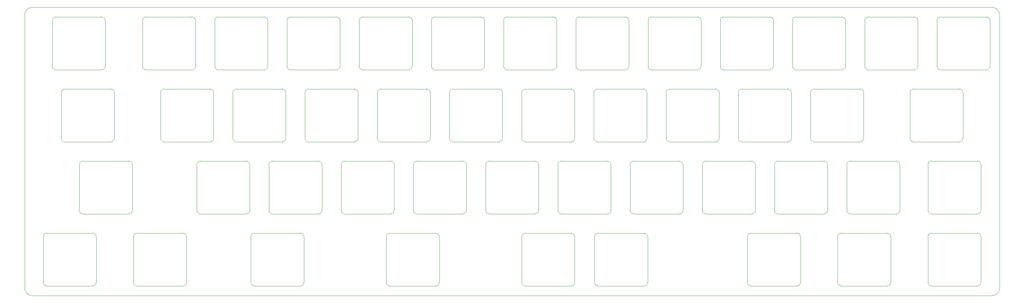
<source format=gm1>
G04 #@! TF.GenerationSoftware,KiCad,Pcbnew,7.0.5.1-1-g8f565ef7f0-dirty-deb11*
G04 #@! TF.CreationDate,2023-07-20T20:23:13+00:00*
G04 #@! TF.ProjectId,plate,706c6174-652e-46b6-9963-61645f706362,rev?*
G04 #@! TF.SameCoordinates,Original*
G04 #@! TF.FileFunction,Profile,NP*
%FSLAX46Y46*%
G04 Gerber Fmt 4.6, Leading zero omitted, Abs format (unit mm)*
G04 Created by KiCad (PCBNEW 7.0.5.1-1-g8f565ef7f0-dirty-deb11) date 2023-07-20 20:23:13*
%MOMM*%
%LPD*%
G01*
G04 APERTURE LIST*
G04 #@! TA.AperFunction,Profile*
%ADD10C,0.100000*%
G04 #@! TD*
G04 APERTURE END LIST*
D10*
X21363751Y-53597501D02*
G75*
G03*
X19363751Y-55597500I-1J-1999999D01*
G01*
X19363750Y-127797500D02*
X19363750Y-55597500D01*
X276538750Y-55597500D02*
X276538750Y-127797500D01*
X274538750Y-129797450D02*
G75*
G03*
X276538750Y-127797500I50J1999950D01*
G01*
X19363750Y-127797500D02*
G75*
G03*
X21363749Y-129797500I2000000J0D01*
G01*
X274538752Y-53597500D02*
X21363751Y-53597500D01*
X21363749Y-129797500D02*
X274538750Y-129797500D01*
X276538800Y-55597500D02*
G75*
G03*
X274538752Y-53597500I-2000000J0D01*
G01*
X93326250Y-88172500D02*
X93326250Y-76172500D01*
X94326250Y-75172500D02*
X106326250Y-75172500D01*
X106326250Y-89172500D02*
X94326250Y-89172500D01*
X107326250Y-76172500D02*
X107326250Y-88172500D01*
X94326250Y-75172500D02*
G75*
G03*
X93326250Y-76172500I-1J-999999D01*
G01*
X93326250Y-88172500D02*
G75*
G03*
X94326250Y-89172500I999999J-1D01*
G01*
X107326250Y-76172500D02*
G75*
G03*
X106326250Y-75172500I-1000000J0D01*
G01*
X106326250Y-89172500D02*
G75*
G03*
X107326250Y-88172500I0J1000000D01*
G01*
X131426250Y-88172500D02*
X131426250Y-76172500D01*
X132426250Y-75172500D02*
X144426250Y-75172500D01*
X144426250Y-89172500D02*
X132426250Y-89172500D01*
X145426250Y-76172500D02*
X145426250Y-88172500D01*
X132426250Y-75172500D02*
G75*
G03*
X131426250Y-76172500I-1J-999999D01*
G01*
X131426250Y-88172500D02*
G75*
G03*
X132426250Y-89172500I999999J-1D01*
G01*
X145426250Y-76172500D02*
G75*
G03*
X144426250Y-75172500I-1000000J0D01*
G01*
X144426250Y-89172500D02*
G75*
G03*
X145426250Y-88172500I0J1000000D01*
G01*
X74276250Y-88172500D02*
X74276250Y-76172500D01*
X75276250Y-75172500D02*
X87276250Y-75172500D01*
X87276250Y-89172500D02*
X75276250Y-89172500D01*
X88276250Y-76172500D02*
X88276250Y-88172500D01*
X75276250Y-75172500D02*
G75*
G03*
X74276250Y-76172500I-1J-999999D01*
G01*
X74276250Y-88172500D02*
G75*
G03*
X75276250Y-89172500I999999J-1D01*
G01*
X88276250Y-76172500D02*
G75*
G03*
X87276250Y-75172500I-1000000J0D01*
G01*
X87276250Y-89172500D02*
G75*
G03*
X88276250Y-88172500I0J1000000D01*
G01*
X254963750Y-57122500D02*
X254963750Y-69122500D01*
X253963750Y-70122500D02*
X241963750Y-70122500D01*
X241963750Y-56122500D02*
X253963750Y-56122500D01*
X240963750Y-69122500D02*
X240963750Y-57122500D01*
X253963750Y-70122500D02*
G75*
G03*
X254963750Y-69122500I1J999999D01*
G01*
X254963750Y-57122500D02*
G75*
G03*
X253963750Y-56122500I-999999J1D01*
G01*
X240963750Y-69122500D02*
G75*
G03*
X241963750Y-70122500I1000000J0D01*
G01*
X241963750Y-56122500D02*
G75*
G03*
X240963750Y-57122500I0J-1000000D01*
G01*
X88563750Y-69122500D02*
X88563750Y-57122500D01*
X89563750Y-56122500D02*
X101563750Y-56122500D01*
X101563750Y-70122500D02*
X89563750Y-70122500D01*
X102563750Y-57122500D02*
X102563750Y-69122500D01*
X89563750Y-56122500D02*
G75*
G03*
X88563750Y-57122500I-1J-999999D01*
G01*
X88563750Y-69122500D02*
G75*
G03*
X89563750Y-70122500I999999J-1D01*
G01*
X102563750Y-57122500D02*
G75*
G03*
X101563750Y-56122500I-1000000J0D01*
G01*
X101563750Y-70122500D02*
G75*
G03*
X102563750Y-69122500I0J1000000D01*
G01*
X102851250Y-107222500D02*
X102851250Y-95222500D01*
X103851250Y-94222500D02*
X115851250Y-94222500D01*
X115851250Y-108222500D02*
X103851250Y-108222500D01*
X116851250Y-95222500D02*
X116851250Y-107222500D01*
X103851250Y-94222500D02*
G75*
G03*
X102851250Y-95222500I-1J-999999D01*
G01*
X102851250Y-107222500D02*
G75*
G03*
X103851250Y-108222500I999999J-1D01*
G01*
X116851250Y-95222500D02*
G75*
G03*
X115851250Y-94222500I-1000000J0D01*
G01*
X115851250Y-108222500D02*
G75*
G03*
X116851250Y-107222500I0J1000000D01*
G01*
X112376250Y-88172500D02*
X112376250Y-76172500D01*
X113376250Y-75172500D02*
X125376250Y-75172500D01*
X125376250Y-89172500D02*
X113376250Y-89172500D01*
X126376250Y-76172500D02*
X126376250Y-88172500D01*
X113376250Y-75172500D02*
G75*
G03*
X112376250Y-76172500I-1J-999999D01*
G01*
X112376250Y-88172500D02*
G75*
G03*
X113376250Y-89172500I999999J-1D01*
G01*
X126376250Y-76172500D02*
G75*
G03*
X125376250Y-75172500I-1000000J0D01*
G01*
X125376250Y-89172500D02*
G75*
G03*
X126376250Y-88172500I0J1000000D01*
G01*
X62082500Y-114272500D02*
X62082500Y-126272500D01*
X61082500Y-127272500D02*
X49082500Y-127272500D01*
X49082500Y-113272500D02*
X61082500Y-113272500D01*
X48082500Y-126272500D02*
X48082500Y-114272500D01*
X61082500Y-127272500D02*
G75*
G03*
X62082500Y-126272500I1J999999D01*
G01*
X62082500Y-114272500D02*
G75*
G03*
X61082500Y-113272500I-999999J1D01*
G01*
X48082500Y-126272500D02*
G75*
G03*
X49082500Y-127272500I1000000J0D01*
G01*
X49082500Y-113272500D02*
G75*
G03*
X48082500Y-114272500I0J-1000000D01*
G01*
X55226250Y-88172500D02*
X55226250Y-76172500D01*
X56226250Y-75172500D02*
X68226250Y-75172500D01*
X68226250Y-89172500D02*
X56226250Y-89172500D01*
X69226250Y-76172500D02*
X69226250Y-88172500D01*
X56226250Y-75172500D02*
G75*
G03*
X55226250Y-76172500I-1J-999999D01*
G01*
X55226250Y-88172500D02*
G75*
G03*
X56226250Y-89172500I999999J-1D01*
G01*
X69226250Y-76172500D02*
G75*
G03*
X68226250Y-75172500I-1000000J0D01*
G01*
X68226250Y-89172500D02*
G75*
G03*
X69226250Y-88172500I0J1000000D01*
G01*
X150476320Y-126272149D02*
X150476320Y-114272149D01*
X151476320Y-113272149D02*
X163476320Y-113272149D01*
X163476320Y-127272149D02*
X151476320Y-127272149D01*
X164476320Y-114272149D02*
X164476320Y-126272149D01*
X151476320Y-113272149D02*
G75*
G03*
X150476320Y-114272149I-1J-999999D01*
G01*
X150476320Y-126272149D02*
G75*
G03*
X151476320Y-127272149I999999J-1D01*
G01*
X164476320Y-114272149D02*
G75*
G03*
X163476320Y-113272149I-1000000J0D01*
G01*
X163476320Y-127272149D02*
G75*
G03*
X164476320Y-126272149I0J1000000D01*
G01*
X198101250Y-107222500D02*
X198101250Y-95222500D01*
X199101250Y-94222500D02*
X211101250Y-94222500D01*
X211101250Y-108222500D02*
X199101250Y-108222500D01*
X212101250Y-95222500D02*
X212101250Y-107222500D01*
X199101250Y-94222500D02*
G75*
G03*
X198101250Y-95222500I-1J-999999D01*
G01*
X198101250Y-107222500D02*
G75*
G03*
X199101250Y-108222500I999999J-1D01*
G01*
X212101250Y-95222500D02*
G75*
G03*
X211101250Y-94222500I-1000000J0D01*
G01*
X211101250Y-108222500D02*
G75*
G03*
X212101250Y-107222500I0J1000000D01*
G01*
X83801250Y-107222500D02*
X83801250Y-95222500D01*
X84801250Y-94222500D02*
X96801250Y-94222500D01*
X96801250Y-108222500D02*
X84801250Y-108222500D01*
X97801250Y-95222500D02*
X97801250Y-107222500D01*
X84801250Y-94222500D02*
G75*
G03*
X83801250Y-95222500I-1J-999999D01*
G01*
X83801250Y-107222500D02*
G75*
G03*
X84801250Y-108222500I999999J-1D01*
G01*
X97801250Y-95222500D02*
G75*
G03*
X96801250Y-94222500I-1000000J0D01*
G01*
X96801250Y-108222500D02*
G75*
G03*
X97801250Y-107222500I0J1000000D01*
G01*
X24270000Y-126272500D02*
X24270000Y-114272500D01*
X25270000Y-113272500D02*
X37270000Y-113272500D01*
X37270000Y-127272500D02*
X25270000Y-127272500D01*
X38270000Y-114272500D02*
X38270000Y-126272500D01*
X25270000Y-113272500D02*
G75*
G03*
X24270000Y-114272500I-1J-999999D01*
G01*
X24270000Y-126272500D02*
G75*
G03*
X25270000Y-127272500I999999J-1D01*
G01*
X38270000Y-114272500D02*
G75*
G03*
X37270000Y-113272500I-1000000J0D01*
G01*
X37270000Y-127272500D02*
G75*
G03*
X38270000Y-126272500I0J1000000D01*
G01*
X128757500Y-114272500D02*
X128757500Y-126272500D01*
X127757500Y-127272500D02*
X115757500Y-127272500D01*
X115757500Y-113272500D02*
X127757500Y-113272500D01*
X114757500Y-126272500D02*
X114757500Y-114272500D01*
X127757500Y-127272500D02*
G75*
G03*
X128757500Y-126272500I1J999999D01*
G01*
X128757500Y-114272500D02*
G75*
G03*
X127757500Y-113272500I-999999J1D01*
G01*
X114757500Y-126272500D02*
G75*
G03*
X115757500Y-127272500I1000000J0D01*
G01*
X115757500Y-113272500D02*
G75*
G03*
X114757500Y-114272500I0J-1000000D01*
G01*
X121901250Y-107222500D02*
X121901250Y-95222500D01*
X122901250Y-94222500D02*
X134901250Y-94222500D01*
X134901250Y-108222500D02*
X122901250Y-108222500D01*
X135901250Y-95222500D02*
X135901250Y-107222500D01*
X122901250Y-94222500D02*
G75*
G03*
X121901250Y-95222500I-1J-999999D01*
G01*
X121901250Y-107222500D02*
G75*
G03*
X122901250Y-108222500I999999J-1D01*
G01*
X135901250Y-95222500D02*
G75*
G03*
X134901250Y-94222500I-1000000J0D01*
G01*
X134901250Y-108222500D02*
G75*
G03*
X135901250Y-107222500I0J1000000D01*
G01*
X107613750Y-69122500D02*
X107613750Y-57122500D01*
X108613750Y-56122500D02*
X120613750Y-56122500D01*
X120613750Y-70122500D02*
X108613750Y-70122500D01*
X121613750Y-57122500D02*
X121613750Y-69122500D01*
X108613750Y-56122500D02*
G75*
G03*
X107613750Y-57122500I-1J-999999D01*
G01*
X107613750Y-69122500D02*
G75*
G03*
X108613750Y-70122500I999999J-1D01*
G01*
X121613750Y-57122500D02*
G75*
G03*
X120613750Y-56122500I-1000000J0D01*
G01*
X120613750Y-70122500D02*
G75*
G03*
X121613750Y-69122500I0J1000000D01*
G01*
X202863750Y-69122500D02*
X202863750Y-57122500D01*
X203863750Y-56122500D02*
X215863750Y-56122500D01*
X215863750Y-70122500D02*
X203863750Y-70122500D01*
X216863750Y-57122500D02*
X216863750Y-69122500D01*
X203863750Y-56122500D02*
G75*
G03*
X202863750Y-57122500I-1J-999999D01*
G01*
X202863750Y-69122500D02*
G75*
G03*
X203863750Y-70122500I999999J-1D01*
G01*
X216863750Y-57122500D02*
G75*
G03*
X215863750Y-56122500I-1000000J0D01*
G01*
X215863750Y-70122500D02*
G75*
G03*
X216863750Y-69122500I0J1000000D01*
G01*
X69513750Y-69122500D02*
X69513750Y-57122500D01*
X70513750Y-56122500D02*
X82513750Y-56122500D01*
X82513750Y-70122500D02*
X70513750Y-70122500D01*
X83513750Y-57122500D02*
X83513750Y-69122500D01*
X70513750Y-56122500D02*
G75*
G03*
X69513750Y-57122500I-1J-999999D01*
G01*
X69513750Y-69122500D02*
G75*
G03*
X70513750Y-70122500I999999J-1D01*
G01*
X83513750Y-57122500D02*
G75*
G03*
X82513750Y-56122500I-1000000J0D01*
G01*
X82513750Y-70122500D02*
G75*
G03*
X83513750Y-69122500I0J1000000D01*
G01*
X145713750Y-69122500D02*
X145713750Y-57122500D01*
X146713750Y-56122500D02*
X158713750Y-56122500D01*
X158713750Y-70122500D02*
X146713750Y-70122500D01*
X159713750Y-57122500D02*
X159713750Y-69122500D01*
X146713750Y-56122500D02*
G75*
G03*
X145713750Y-57122500I-1J-999999D01*
G01*
X145713750Y-69122500D02*
G75*
G03*
X146713750Y-70122500I999999J-1D01*
G01*
X159713750Y-57122500D02*
G75*
G03*
X158713750Y-56122500I-1000000J0D01*
G01*
X158713750Y-70122500D02*
G75*
G03*
X159713750Y-69122500I0J1000000D01*
G01*
X188576250Y-88172500D02*
X188576250Y-76172500D01*
X189576250Y-75172500D02*
X201576250Y-75172500D01*
X201576250Y-89172500D02*
X189576250Y-89172500D01*
X202576250Y-76172500D02*
X202576250Y-88172500D01*
X189576250Y-75172500D02*
G75*
G03*
X188576250Y-76172500I-1J-999999D01*
G01*
X188576250Y-88172500D02*
G75*
G03*
X189576250Y-89172500I999999J-1D01*
G01*
X202576250Y-76172500D02*
G75*
G03*
X201576250Y-75172500I-1000000J0D01*
G01*
X201576250Y-89172500D02*
G75*
G03*
X202576250Y-88172500I0J1000000D01*
G01*
X236201250Y-107222500D02*
X236201250Y-95222500D01*
X237201250Y-94222500D02*
X249201250Y-94222500D01*
X249201250Y-108222500D02*
X237201250Y-108222500D01*
X250201250Y-95222500D02*
X250201250Y-107222500D01*
X237201250Y-94222500D02*
G75*
G03*
X236201250Y-95222500I-1J-999999D01*
G01*
X236201250Y-107222500D02*
G75*
G03*
X237201250Y-108222500I999999J-1D01*
G01*
X250201250Y-95222500D02*
G75*
G03*
X249201250Y-94222500I-1000000J0D01*
G01*
X249201250Y-108222500D02*
G75*
G03*
X250201250Y-107222500I0J1000000D01*
G01*
X221913750Y-69122500D02*
X221913750Y-57122500D01*
X222913750Y-56122500D02*
X234913750Y-56122500D01*
X234913750Y-70122500D02*
X222913750Y-70122500D01*
X235913750Y-57122500D02*
X235913750Y-69122500D01*
X222913750Y-56122500D02*
G75*
G03*
X221913750Y-57122500I-1J-999999D01*
G01*
X221913750Y-69122500D02*
G75*
G03*
X222913750Y-70122500I999999J-1D01*
G01*
X235913750Y-57122500D02*
G75*
G03*
X234913750Y-56122500I-1000000J0D01*
G01*
X234913750Y-70122500D02*
G75*
G03*
X235913750Y-69122500I0J1000000D01*
G01*
X257632500Y-107222500D02*
X257632500Y-95222500D01*
X258632500Y-94222500D02*
X270632500Y-94222500D01*
X270632500Y-108222500D02*
X258632500Y-108222500D01*
X271632500Y-95222500D02*
X271632500Y-107222500D01*
X258632500Y-94222500D02*
G75*
G03*
X257632500Y-95222500I-1J-999999D01*
G01*
X257632500Y-107222500D02*
G75*
G03*
X258632500Y-108222500I999999J-1D01*
G01*
X271632500Y-95222500D02*
G75*
G03*
X270632500Y-94222500I-1000000J0D01*
G01*
X270632500Y-108222500D02*
G75*
G03*
X271632500Y-107222500I0J1000000D01*
G01*
X233816221Y-126270578D02*
X233816221Y-114270578D01*
X234816221Y-113270578D02*
X246816221Y-113270578D01*
X246816221Y-127270578D02*
X234816221Y-127270578D01*
X247816221Y-114270578D02*
X247816221Y-126270578D01*
X234816221Y-113270578D02*
G75*
G03*
X233816221Y-114270578I-1J-999999D01*
G01*
X233816221Y-126270578D02*
G75*
G03*
X234816221Y-127270578I999999J-1D01*
G01*
X247816221Y-114270578D02*
G75*
G03*
X246816221Y-113270578I-1000000J0D01*
G01*
X246816221Y-127270578D02*
G75*
G03*
X247816221Y-126270578I0J1000000D01*
G01*
X140951250Y-107222500D02*
X140951250Y-95222500D01*
X141951250Y-94222500D02*
X153951250Y-94222500D01*
X153951250Y-108222500D02*
X141951250Y-108222500D01*
X154951250Y-95222500D02*
X154951250Y-107222500D01*
X141951250Y-94222500D02*
G75*
G03*
X140951250Y-95222500I-1J-999999D01*
G01*
X140951250Y-107222500D02*
G75*
G03*
X141951250Y-108222500I999999J-1D01*
G01*
X154951250Y-95222500D02*
G75*
G03*
X153951250Y-94222500I-1000000J0D01*
G01*
X153951250Y-108222500D02*
G75*
G03*
X154951250Y-107222500I0J1000000D01*
G01*
X29032500Y-88172500D02*
X29032500Y-76172500D01*
X30032500Y-75172500D02*
X42032500Y-75172500D01*
X42032500Y-89172500D02*
X30032500Y-89172500D01*
X43032500Y-76172500D02*
X43032500Y-88172500D01*
X30032500Y-75172500D02*
G75*
G03*
X29032500Y-76172500I-1J-999999D01*
G01*
X29032500Y-88172500D02*
G75*
G03*
X30032500Y-89172500I999999J-1D01*
G01*
X43032500Y-76172500D02*
G75*
G03*
X42032500Y-75172500I-1000000J0D01*
G01*
X42032500Y-89172500D02*
G75*
G03*
X43032500Y-88172500I0J1000000D01*
G01*
X126663750Y-69122500D02*
X126663750Y-57122500D01*
X127663750Y-56122500D02*
X139663750Y-56122500D01*
X139663750Y-70122500D02*
X127663750Y-70122500D01*
X140663750Y-57122500D02*
X140663750Y-69122500D01*
X127663750Y-56122500D02*
G75*
G03*
X126663750Y-57122500I-1J-999999D01*
G01*
X126663750Y-69122500D02*
G75*
G03*
X127663750Y-70122500I999999J-1D01*
G01*
X140663750Y-57122500D02*
G75*
G03*
X139663750Y-56122500I-1000000J0D01*
G01*
X139663750Y-70122500D02*
G75*
G03*
X140663750Y-69122500I0J1000000D01*
G01*
X160001250Y-107222500D02*
X160001250Y-95222500D01*
X161001250Y-94222500D02*
X173001250Y-94222500D01*
X173001250Y-108222500D02*
X161001250Y-108222500D01*
X174001250Y-95222500D02*
X174001250Y-107222500D01*
X161001250Y-94222500D02*
G75*
G03*
X160001250Y-95222500I-1J-999999D01*
G01*
X160001250Y-107222500D02*
G75*
G03*
X161001250Y-108222500I999999J-1D01*
G01*
X174001250Y-95222500D02*
G75*
G03*
X173001250Y-94222500I-1000000J0D01*
G01*
X173001250Y-108222500D02*
G75*
G03*
X174001250Y-107222500I0J1000000D01*
G01*
X150476250Y-88172500D02*
X150476250Y-76172500D01*
X151476250Y-75172500D02*
X163476250Y-75172500D01*
X163476250Y-89172500D02*
X151476250Y-89172500D01*
X164476250Y-76172500D02*
X164476250Y-88172500D01*
X151476250Y-75172500D02*
G75*
G03*
X150476250Y-76172500I-1J-999999D01*
G01*
X150476250Y-88172500D02*
G75*
G03*
X151476250Y-89172500I999999J-1D01*
G01*
X164476250Y-76172500D02*
G75*
G03*
X163476250Y-75172500I-1000000J0D01*
G01*
X163476250Y-89172500D02*
G75*
G03*
X164476250Y-88172500I0J1000000D01*
G01*
X217151250Y-107222500D02*
X217151250Y-95222500D01*
X218151250Y-94222500D02*
X230151250Y-94222500D01*
X230151250Y-108222500D02*
X218151250Y-108222500D01*
X231151250Y-95222500D02*
X231151250Y-107222500D01*
X218151250Y-94222500D02*
G75*
G03*
X217151250Y-95222500I-1J-999999D01*
G01*
X217151250Y-107222500D02*
G75*
G03*
X218151250Y-108222500I999999J-1D01*
G01*
X231151250Y-95222500D02*
G75*
G03*
X230151250Y-94222500I-1000000J0D01*
G01*
X230151250Y-108222500D02*
G75*
G03*
X231151250Y-107222500I0J1000000D01*
G01*
X169714477Y-126272500D02*
X169714477Y-114272500D01*
X170714477Y-113272500D02*
X182714477Y-113272500D01*
X182714477Y-127272500D02*
X170714477Y-127272500D01*
X183714477Y-114272500D02*
X183714477Y-126272500D01*
X170714477Y-113272500D02*
G75*
G03*
X169714477Y-114272500I-1J-999999D01*
G01*
X169714477Y-126272500D02*
G75*
G03*
X170714477Y-127272500I999999J-1D01*
G01*
X183714477Y-114272500D02*
G75*
G03*
X182714477Y-113272500I-1000000J0D01*
G01*
X182714477Y-127272500D02*
G75*
G03*
X183714477Y-126272500I0J1000000D01*
G01*
X252870000Y-88172500D02*
X252870000Y-76172500D01*
X253870000Y-75172500D02*
X265870000Y-75172500D01*
X265870000Y-89172500D02*
X253870000Y-89172500D01*
X266870000Y-76172500D02*
X266870000Y-88172500D01*
X253870000Y-75172500D02*
G75*
G03*
X252870000Y-76172500I-1J-999999D01*
G01*
X252870000Y-88172500D02*
G75*
G03*
X253870000Y-89172500I999999J-1D01*
G01*
X266870000Y-76172500D02*
G75*
G03*
X265870000Y-75172500I-1000000J0D01*
G01*
X265870000Y-89172500D02*
G75*
G03*
X266870000Y-88172500I0J1000000D01*
G01*
X64751250Y-107222500D02*
X64751250Y-95222500D01*
X65751250Y-94222500D02*
X77751250Y-94222500D01*
X77751250Y-108222500D02*
X65751250Y-108222500D01*
X78751250Y-95222500D02*
X78751250Y-107222500D01*
X65751250Y-94222500D02*
G75*
G03*
X64751250Y-95222500I-1J-999999D01*
G01*
X64751250Y-107222500D02*
G75*
G03*
X65751250Y-108222500I999999J-1D01*
G01*
X78751250Y-95222500D02*
G75*
G03*
X77751250Y-94222500I-1000000J0D01*
G01*
X77751250Y-108222500D02*
G75*
G03*
X78751250Y-107222500I0J1000000D01*
G01*
X271632500Y-114272500D02*
X271632500Y-126272500D01*
X270632500Y-127272500D02*
X258632500Y-127272500D01*
X258632500Y-113272500D02*
X270632500Y-113272500D01*
X257632500Y-126272500D02*
X257632500Y-114272500D01*
X270632500Y-127272500D02*
G75*
G03*
X271632500Y-126272500I1J999999D01*
G01*
X271632500Y-114272500D02*
G75*
G03*
X270632500Y-113272500I-999999J1D01*
G01*
X257632500Y-126272500D02*
G75*
G03*
X258632500Y-127272500I1000000J0D01*
G01*
X258632500Y-113272500D02*
G75*
G03*
X257632500Y-114272500I0J-1000000D01*
G01*
X210006704Y-126272500D02*
X210006704Y-114272500D01*
X211006704Y-113272500D02*
X223006704Y-113272500D01*
X223006704Y-127272500D02*
X211006704Y-127272500D01*
X224006704Y-114272500D02*
X224006704Y-126272500D01*
X211006704Y-113272500D02*
G75*
G03*
X210006704Y-114272500I-1J-999999D01*
G01*
X210006704Y-126272500D02*
G75*
G03*
X211006704Y-127272500I999999J-1D01*
G01*
X224006704Y-114272500D02*
G75*
G03*
X223006704Y-113272500I-1000000J0D01*
G01*
X223006704Y-127272500D02*
G75*
G03*
X224006704Y-126272500I0J1000000D01*
G01*
X183813750Y-69122500D02*
X183813750Y-57122500D01*
X184813750Y-56122500D02*
X196813750Y-56122500D01*
X196813750Y-70122500D02*
X184813750Y-70122500D01*
X197813750Y-57122500D02*
X197813750Y-69122500D01*
X184813750Y-56122500D02*
G75*
G03*
X183813750Y-57122500I-1J-999999D01*
G01*
X183813750Y-69122500D02*
G75*
G03*
X184813750Y-70122500I999999J-1D01*
G01*
X197813750Y-57122500D02*
G75*
G03*
X196813750Y-56122500I-1000000J0D01*
G01*
X196813750Y-70122500D02*
G75*
G03*
X197813750Y-69122500I0J1000000D01*
G01*
X50463750Y-69122500D02*
X50463750Y-57122500D01*
X51463750Y-56122500D02*
X63463750Y-56122500D01*
X63463750Y-70122500D02*
X51463750Y-70122500D01*
X64463750Y-57122500D02*
X64463750Y-69122500D01*
X51463750Y-56122500D02*
G75*
G03*
X50463750Y-57122500I-1J-999999D01*
G01*
X50463750Y-69122500D02*
G75*
G03*
X51463750Y-70122500I999999J-1D01*
G01*
X64463750Y-57122500D02*
G75*
G03*
X63463750Y-56122500I-1000000J0D01*
G01*
X63463750Y-70122500D02*
G75*
G03*
X64463750Y-69122500I0J1000000D01*
G01*
X26651250Y-69122500D02*
X26651250Y-57122500D01*
X27651250Y-56122500D02*
X39651250Y-56122500D01*
X39651250Y-70122500D02*
X27651250Y-70122500D01*
X40651250Y-57122500D02*
X40651250Y-69122500D01*
X27651250Y-56122500D02*
G75*
G03*
X26651250Y-57122500I-1J-999999D01*
G01*
X26651250Y-69122500D02*
G75*
G03*
X27651250Y-70122500I999999J-1D01*
G01*
X40651250Y-57122500D02*
G75*
G03*
X39651250Y-56122500I-1000000J0D01*
G01*
X39651250Y-70122500D02*
G75*
G03*
X40651250Y-69122500I0J1000000D01*
G01*
X179051250Y-107222500D02*
X179051250Y-95222500D01*
X180051250Y-94222500D02*
X192051250Y-94222500D01*
X192051250Y-108222500D02*
X180051250Y-108222500D01*
X193051250Y-95222500D02*
X193051250Y-107222500D01*
X180051250Y-94222500D02*
G75*
G03*
X179051250Y-95222500I-1J-999999D01*
G01*
X179051250Y-107222500D02*
G75*
G03*
X180051250Y-108222500I999999J-1D01*
G01*
X193051250Y-95222500D02*
G75*
G03*
X192051250Y-94222500I-1000000J0D01*
G01*
X192051250Y-108222500D02*
G75*
G03*
X193051250Y-107222500I0J1000000D01*
G01*
X274013750Y-57122500D02*
X274013750Y-69122500D01*
X273013750Y-70122500D02*
X261013750Y-70122500D01*
X261013750Y-56122500D02*
X273013750Y-56122500D01*
X260013750Y-69122500D02*
X260013750Y-57122500D01*
X273013750Y-70122500D02*
G75*
G03*
X274013750Y-69122500I1J999999D01*
G01*
X274013750Y-57122500D02*
G75*
G03*
X273013750Y-56122500I-999999J1D01*
G01*
X260013750Y-69122500D02*
G75*
G03*
X261013750Y-70122500I1000000J0D01*
G01*
X261013750Y-56122500D02*
G75*
G03*
X260013750Y-57122500I0J-1000000D01*
G01*
X207626250Y-88172500D02*
X207626250Y-76172500D01*
X208626250Y-75172500D02*
X220626250Y-75172500D01*
X220626250Y-89172500D02*
X208626250Y-89172500D01*
X221626250Y-76172500D02*
X221626250Y-88172500D01*
X208626250Y-75172500D02*
G75*
G03*
X207626250Y-76172500I-1J-999999D01*
G01*
X207626250Y-88172500D02*
G75*
G03*
X208626250Y-89172500I999999J-1D01*
G01*
X221626250Y-76172500D02*
G75*
G03*
X220626250Y-75172500I-1000000J0D01*
G01*
X220626250Y-89172500D02*
G75*
G03*
X221626250Y-88172500I0J1000000D01*
G01*
X164763750Y-69122500D02*
X164763750Y-57122500D01*
X165763750Y-56122500D02*
X177763750Y-56122500D01*
X177763750Y-70122500D02*
X165763750Y-70122500D01*
X178763750Y-57122500D02*
X178763750Y-69122500D01*
X165763750Y-56122500D02*
G75*
G03*
X164763750Y-57122500I-1J-999999D01*
G01*
X164763750Y-69122500D02*
G75*
G03*
X165763750Y-70122500I999999J-1D01*
G01*
X178763750Y-57122500D02*
G75*
G03*
X177763750Y-56122500I-1000000J0D01*
G01*
X177763750Y-70122500D02*
G75*
G03*
X178763750Y-69122500I0J1000000D01*
G01*
X33795000Y-107222500D02*
X33795000Y-95222500D01*
X34795000Y-94222500D02*
X46795000Y-94222500D01*
X46795000Y-108222500D02*
X34795000Y-108222500D01*
X47795000Y-95222500D02*
X47795000Y-107222500D01*
X34795000Y-94222500D02*
G75*
G03*
X33795000Y-95222500I-1J-999999D01*
G01*
X33795000Y-107222500D02*
G75*
G03*
X34795000Y-108222500I999999J-1D01*
G01*
X47795000Y-95222500D02*
G75*
G03*
X46795000Y-94222500I-1000000J0D01*
G01*
X46795000Y-108222500D02*
G75*
G03*
X47795000Y-107222500I0J1000000D01*
G01*
X169526250Y-88172500D02*
X169526250Y-76172500D01*
X170526250Y-75172500D02*
X182526250Y-75172500D01*
X182526250Y-89172500D02*
X170526250Y-89172500D01*
X183526250Y-76172500D02*
X183526250Y-88172500D01*
X170526250Y-75172500D02*
G75*
G03*
X169526250Y-76172500I-1J-999999D01*
G01*
X169526250Y-88172500D02*
G75*
G03*
X170526250Y-89172500I999999J-1D01*
G01*
X183526250Y-76172500D02*
G75*
G03*
X182526250Y-75172500I-1000000J0D01*
G01*
X182526250Y-89172500D02*
G75*
G03*
X183526250Y-88172500I0J1000000D01*
G01*
X226676250Y-88172500D02*
X226676250Y-76172500D01*
X227676250Y-75172500D02*
X239676250Y-75172500D01*
X239676250Y-89172500D02*
X227676250Y-89172500D01*
X240676250Y-76172500D02*
X240676250Y-88172500D01*
X227676250Y-75172500D02*
G75*
G03*
X226676250Y-76172500I-1J-999999D01*
G01*
X226676250Y-88172500D02*
G75*
G03*
X227676250Y-89172500I999999J-1D01*
G01*
X240676250Y-76172500D02*
G75*
G03*
X239676250Y-75172500I-1000000J0D01*
G01*
X239676250Y-89172500D02*
G75*
G03*
X240676250Y-88172500I0J1000000D01*
G01*
X79037954Y-126272500D02*
X79037954Y-114272500D01*
X80037954Y-113272500D02*
X92037954Y-113272500D01*
X92037954Y-127272500D02*
X80037954Y-127272500D01*
X93037954Y-114272500D02*
X93037954Y-126272500D01*
X80037954Y-113272500D02*
G75*
G03*
X79037954Y-114272500I-1J-999999D01*
G01*
X79037954Y-126272500D02*
G75*
G03*
X80037954Y-127272500I999999J-1D01*
G01*
X93037954Y-114272500D02*
G75*
G03*
X92037954Y-113272500I-1000000J0D01*
G01*
X92037954Y-127272500D02*
G75*
G03*
X93037954Y-126272500I0J1000000D01*
G01*
M02*

</source>
